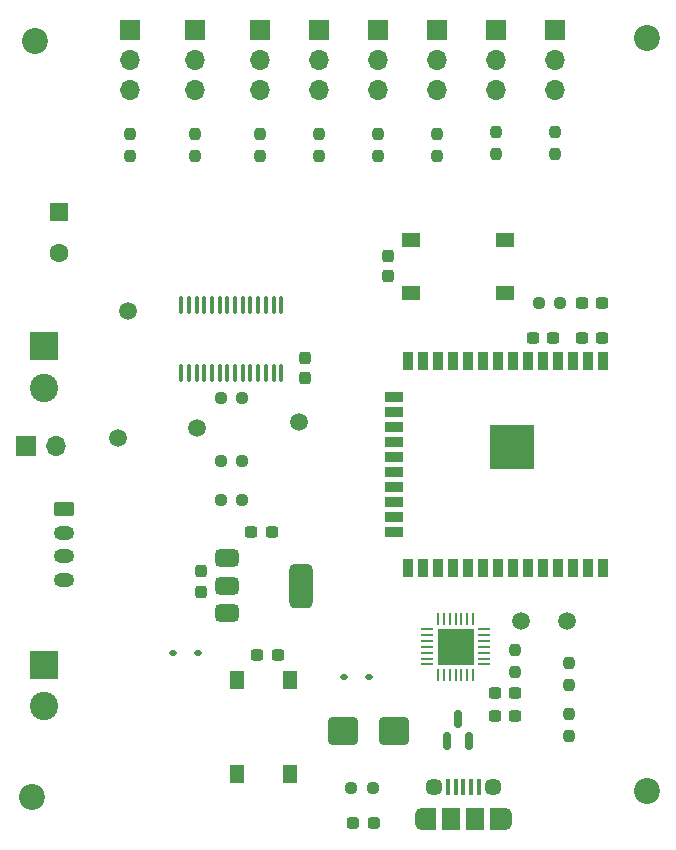
<source format=gbr>
%TF.GenerationSoftware,KiCad,Pcbnew,8.0.4*%
%TF.CreationDate,2024-07-27T14:27:44+01:00*%
%TF.ProjectId,ESP-SPIDER,4553502d-5350-4494-9445-522e6b696361,rev?*%
%TF.SameCoordinates,Original*%
%TF.FileFunction,Soldermask,Top*%
%TF.FilePolarity,Negative*%
%FSLAX46Y46*%
G04 Gerber Fmt 4.6, Leading zero omitted, Abs format (unit mm)*
G04 Created by KiCad (PCBNEW 8.0.4) date 2024-07-27 14:27:44*
%MOMM*%
%LPD*%
G01*
G04 APERTURE LIST*
G04 Aperture macros list*
%AMRoundRect*
0 Rectangle with rounded corners*
0 $1 Rounding radius*
0 $2 $3 $4 $5 $6 $7 $8 $9 X,Y pos of 4 corners*
0 Add a 4 corners polygon primitive as box body*
4,1,4,$2,$3,$4,$5,$6,$7,$8,$9,$2,$3,0*
0 Add four circle primitives for the rounded corners*
1,1,$1+$1,$2,$3*
1,1,$1+$1,$4,$5*
1,1,$1+$1,$6,$7*
1,1,$1+$1,$8,$9*
0 Add four rect primitives between the rounded corners*
20,1,$1+$1,$2,$3,$4,$5,0*
20,1,$1+$1,$4,$5,$6,$7,0*
20,1,$1+$1,$6,$7,$8,$9,0*
20,1,$1+$1,$8,$9,$2,$3,0*%
G04 Aperture macros list end*
%ADD10RoundRect,0.062500X0.062500X-0.412500X0.062500X0.412500X-0.062500X0.412500X-0.062500X-0.412500X0*%
%ADD11RoundRect,0.062500X0.412500X-0.062500X0.412500X0.062500X-0.412500X0.062500X-0.412500X-0.062500X0*%
%ADD12R,3.100000X3.100000*%
%ADD13R,1.700000X1.700000*%
%ADD14O,1.700000X1.700000*%
%ADD15RoundRect,0.250000X-1.000000X-0.900000X1.000000X-0.900000X1.000000X0.900000X-1.000000X0.900000X0*%
%ADD16RoundRect,0.112500X-0.187500X-0.112500X0.187500X-0.112500X0.187500X0.112500X-0.187500X0.112500X0*%
%ADD17RoundRect,0.150000X0.150000X-0.587500X0.150000X0.587500X-0.150000X0.587500X-0.150000X-0.587500X0*%
%ADD18C,2.200000*%
%ADD19R,0.900000X1.500000*%
%ADD20R,1.500000X0.900000*%
%ADD21C,0.600000*%
%ADD22R,3.800000X3.800000*%
%ADD23RoundRect,0.237500X0.300000X0.237500X-0.300000X0.237500X-0.300000X-0.237500X0.300000X-0.237500X0*%
%ADD24RoundRect,0.237500X-0.237500X0.250000X-0.237500X-0.250000X0.237500X-0.250000X0.237500X0.250000X0*%
%ADD25C,1.500000*%
%ADD26RoundRect,0.237500X0.237500X-0.250000X0.237500X0.250000X-0.237500X0.250000X-0.237500X-0.250000X0*%
%ADD27RoundRect,0.100000X-0.100000X0.637500X-0.100000X-0.637500X0.100000X-0.637500X0.100000X0.637500X0*%
%ADD28RoundRect,0.237500X-0.250000X-0.237500X0.250000X-0.237500X0.250000X0.237500X-0.250000X0.237500X0*%
%ADD29R,2.400000X2.400000*%
%ADD30C,2.400000*%
%ADD31RoundRect,0.237500X-0.300000X-0.237500X0.300000X-0.237500X0.300000X0.237500X-0.300000X0.237500X0*%
%ADD32R,1.600000X1.600000*%
%ADD33C,1.600000*%
%ADD34RoundRect,0.237500X0.250000X0.237500X-0.250000X0.237500X-0.250000X-0.237500X0.250000X-0.237500X0*%
%ADD35R,1.300000X1.550000*%
%ADD36RoundRect,0.237500X-0.237500X0.300000X-0.237500X-0.300000X0.237500X-0.300000X0.237500X0.300000X0*%
%ADD37RoundRect,0.250000X-0.625000X0.350000X-0.625000X-0.350000X0.625000X-0.350000X0.625000X0.350000X0*%
%ADD38O,1.750000X1.200000*%
%ADD39RoundRect,0.237500X0.237500X-0.300000X0.237500X0.300000X-0.237500X0.300000X-0.237500X-0.300000X0*%
%ADD40RoundRect,0.375000X-0.625000X-0.375000X0.625000X-0.375000X0.625000X0.375000X-0.625000X0.375000X0*%
%ADD41RoundRect,0.500000X-0.500000X-1.400000X0.500000X-1.400000X0.500000X1.400000X-0.500000X1.400000X0*%
%ADD42R,0.400000X1.350000*%
%ADD43O,1.200000X1.900000*%
%ADD44R,1.200000X1.900000*%
%ADD45C,1.450000*%
%ADD46R,1.500000X1.900000*%
%ADD47RoundRect,0.237500X-0.287500X-0.237500X0.287500X-0.237500X0.287500X0.237500X-0.287500X0.237500X0*%
%ADD48R,1.550000X1.300000*%
G04 APERTURE END LIST*
D10*
%TO.C,U2*%
X159564000Y-119411000D03*
X160064000Y-119411000D03*
X160564000Y-119411000D03*
X161064000Y-119411000D03*
X161564000Y-119411000D03*
X162064000Y-119411000D03*
X162564000Y-119411000D03*
D11*
X163439000Y-118536000D03*
X163439000Y-118036000D03*
X163439000Y-117536000D03*
X163439000Y-117036000D03*
X163439000Y-116536000D03*
X163439000Y-116036000D03*
X163439000Y-115536000D03*
D10*
X162564000Y-114661000D03*
X162064000Y-114661000D03*
X161564000Y-114661000D03*
X161064000Y-114661000D03*
X160564000Y-114661000D03*
X160064000Y-114661000D03*
X159564000Y-114661000D03*
D11*
X158689000Y-115536000D03*
X158689000Y-116036000D03*
X158689000Y-116536000D03*
X158689000Y-117036000D03*
X158689000Y-117536000D03*
X158689000Y-118036000D03*
X158689000Y-118536000D03*
D12*
X161064000Y-117036000D03*
%TD*%
D13*
%TO.C,J13*%
X124709000Y-100008000D03*
D14*
X127249000Y-100008000D03*
%TD*%
D15*
%TO.C,D3*%
X151520000Y-124138000D03*
X155820000Y-124138000D03*
%TD*%
D16*
%TO.C,D5*%
X151604000Y-119566000D03*
X153704000Y-119566000D03*
%TD*%
D17*
%TO.C,D4*%
X161290000Y-123122000D03*
X162240000Y-124997000D03*
X160340000Y-124997000D03*
%TD*%
D16*
%TO.C,D1*%
X137126000Y-117534000D03*
X139226000Y-117534000D03*
%TD*%
D18*
%TO.C,H4*%
X125222000Y-129794000D03*
%TD*%
%TO.C,H3*%
X177292000Y-129286000D03*
%TD*%
%TO.C,H2*%
X177292000Y-65532000D03*
%TD*%
%TO.C,H1*%
X125476000Y-65786000D03*
%TD*%
D19*
%TO.C,U1*%
X173584000Y-92863000D03*
X172314000Y-92863000D03*
X171044000Y-92863000D03*
X169774000Y-92863000D03*
X168504000Y-92863000D03*
X167234000Y-92863000D03*
X165964000Y-92863000D03*
X164694000Y-92863000D03*
X163424000Y-92863000D03*
X162154000Y-92863000D03*
X160884000Y-92863000D03*
X159614000Y-92863000D03*
X158344000Y-92863000D03*
X157074000Y-92863000D03*
D20*
X155824000Y-95903000D03*
X155824000Y-97173000D03*
X155824000Y-98443000D03*
X155824000Y-99713000D03*
X155824000Y-100983000D03*
X155824000Y-102253000D03*
X155824000Y-103523000D03*
X155824000Y-104793000D03*
X155824000Y-106063000D03*
X155824000Y-107333000D03*
D19*
X157074000Y-110363000D03*
X158344000Y-110363000D03*
X159614000Y-110363000D03*
X160884000Y-110363000D03*
X162154000Y-110363000D03*
X163424000Y-110363000D03*
X164694000Y-110363000D03*
X165964000Y-110363000D03*
X167234000Y-110363000D03*
X168504000Y-110363000D03*
X169774000Y-110363000D03*
X171044000Y-110363000D03*
X172314000Y-110363000D03*
X173584000Y-110363000D03*
D21*
X166564000Y-98713000D03*
X165164000Y-98713000D03*
X167264000Y-99413000D03*
X165864000Y-99413000D03*
X164464000Y-99413000D03*
X166564000Y-100088000D03*
X165164000Y-100088000D03*
D22*
X165864000Y-100113000D03*
D21*
X167264000Y-100813000D03*
X165864000Y-100813000D03*
X164464000Y-100813000D03*
X166564000Y-101513000D03*
X165164000Y-101513000D03*
%TD*%
D23*
%TO.C,C3*%
X169348500Y-90911000D03*
X167623500Y-90911000D03*
%TD*%
D24*
%TO.C,R2*%
X170692000Y-122764500D03*
X170692000Y-124589500D03*
%TD*%
D25*
%TO.C,TP7*%
X147832000Y-98023000D03*
%TD*%
D13*
%TO.C,J9*%
X149504000Y-64838000D03*
D14*
X149504000Y-67378000D03*
X149504000Y-69918000D03*
%TD*%
D13*
%TO.C,J4*%
X133504000Y-64863000D03*
D14*
X133504000Y-67403000D03*
X133504000Y-69943000D03*
%TD*%
D13*
%TO.C,J3*%
X139004000Y-64838000D03*
D14*
X139004000Y-67378000D03*
X139004000Y-69918000D03*
%TD*%
D13*
%TO.C,J5*%
X169504000Y-64813000D03*
D14*
X169504000Y-67353000D03*
X169504000Y-69893000D03*
%TD*%
D26*
%TO.C,R11*%
X139004000Y-75483000D03*
X139004000Y-73658000D03*
%TD*%
D27*
%TO.C,U5*%
X146304000Y-88138000D03*
X145654000Y-88138000D03*
X145004000Y-88138000D03*
X144354000Y-88138000D03*
X143704000Y-88138000D03*
X143054000Y-88138000D03*
X142404000Y-88138000D03*
X141754000Y-88138000D03*
X141104000Y-88138000D03*
X140454000Y-88138000D03*
X139804000Y-88138000D03*
X139154000Y-88138000D03*
X138504000Y-88138000D03*
X137854000Y-88138000D03*
X137854000Y-93863000D03*
X138504000Y-93863000D03*
X139154000Y-93863000D03*
X139804000Y-93863000D03*
X140454000Y-93863000D03*
X141104000Y-93863000D03*
X141754000Y-93863000D03*
X142404000Y-93863000D03*
X143054000Y-93863000D03*
X143704000Y-93863000D03*
X144354000Y-93863000D03*
X145004000Y-93863000D03*
X145654000Y-93863000D03*
X146304000Y-93863000D03*
%TD*%
D25*
%TO.C,TXD1*%
X166624000Y-114863000D03*
%TD*%
D23*
%TO.C,C6*%
X145504000Y-107363000D03*
X143779000Y-107363000D03*
%TD*%
D26*
%TO.C,R16*%
X154504000Y-75483000D03*
X154504000Y-73658000D03*
%TD*%
D28*
%TO.C,R7*%
X152249500Y-128964000D03*
X154074500Y-128964000D03*
%TD*%
D29*
%TO.C,J10*%
X126204000Y-91613000D03*
D30*
X126204000Y-95113000D03*
%TD*%
D13*
%TO.C,J8*%
X154504000Y-64838000D03*
D14*
X154504000Y-67378000D03*
X154504000Y-69918000D03*
%TD*%
D31*
%TO.C,C2*%
X171761000Y-87911000D03*
X173486000Y-87911000D03*
%TD*%
D29*
%TO.C,J11*%
X126204000Y-118550000D03*
D30*
X126204000Y-122050000D03*
%TD*%
D32*
%TO.C,C11*%
X127504000Y-80210349D03*
D33*
X127504000Y-83710349D03*
%TD*%
D13*
%TO.C,J2*%
X144504000Y-64853000D03*
D14*
X144504000Y-67393000D03*
X144504000Y-69933000D03*
%TD*%
D34*
%TO.C,R1*%
X169948500Y-87911000D03*
X168123500Y-87911000D03*
%TD*%
D35*
%TO.C,SW2*%
X142530000Y-127838000D03*
X142530000Y-119888000D03*
X147030000Y-127838000D03*
X147030000Y-119888000D03*
%TD*%
D25*
%TO.C,RXD1*%
X170504000Y-114863000D03*
%TD*%
D26*
%TO.C,R15*%
X159504000Y-75483000D03*
X159504000Y-73658000D03*
%TD*%
%TO.C,R14*%
X164504000Y-75308000D03*
X164504000Y-73483000D03*
%TD*%
D25*
%TO.C,TP6*%
X139196000Y-98531000D03*
%TD*%
D36*
%TO.C,C8*%
X155363000Y-83952500D03*
X155363000Y-85677500D03*
%TD*%
D26*
%TO.C,R10*%
X144504000Y-75483000D03*
X144504000Y-73658000D03*
%TD*%
%TO.C,R12*%
X133504000Y-75483000D03*
X133504000Y-73658000D03*
%TD*%
D37*
%TO.C,J12*%
X127954000Y-105390000D03*
D38*
X127954000Y-107390000D03*
X127954000Y-109390000D03*
X127954000Y-111390000D03*
%TD*%
D28*
%TO.C,R5*%
X141181000Y-104627000D03*
X143006000Y-104627000D03*
%TD*%
D26*
%TO.C,R9*%
X149504000Y-75483000D03*
X149504000Y-73658000D03*
%TD*%
D28*
%TO.C,R17*%
X141181000Y-101325000D03*
X143006000Y-101325000D03*
%TD*%
D39*
%TO.C,C7*%
X139504000Y-112363000D03*
X139504000Y-110638000D03*
%TD*%
D26*
%TO.C,R13*%
X169504000Y-75308000D03*
X169504000Y-73483000D03*
%TD*%
D31*
%TO.C,C5*%
X164391000Y-120936000D03*
X166116000Y-120936000D03*
%TD*%
D25*
%TO.C,+5V1*%
X132504000Y-99363000D03*
%TD*%
D40*
%TO.C,U4*%
X141704000Y-109563000D03*
X141704000Y-111863000D03*
D41*
X148004000Y-111863000D03*
D40*
X141704000Y-114163000D03*
%TD*%
D31*
%TO.C,C1*%
X171761000Y-90911000D03*
X173486000Y-90911000D03*
%TD*%
D13*
%TO.C,J7*%
X159504000Y-64853000D03*
D14*
X159504000Y-67393000D03*
X159504000Y-69933000D03*
%TD*%
D25*
%TO.C,GND1*%
X133354000Y-88625000D03*
%TD*%
D26*
%TO.C,R4*%
X166117000Y-119155000D03*
X166117000Y-117330000D03*
%TD*%
D42*
%TO.C,J1*%
X160415000Y-128884000D03*
X161065000Y-128884000D03*
X161715000Y-128884000D03*
X162365000Y-128884000D03*
X163015000Y-128884000D03*
D43*
X158215000Y-131584000D03*
D44*
X158815000Y-131584000D03*
D45*
X159215000Y-128884000D03*
D46*
X160715000Y-131584000D03*
X162715000Y-131584000D03*
D45*
X164215000Y-128884000D03*
D44*
X164615000Y-131584000D03*
D43*
X165215000Y-131584000D03*
%TD*%
D47*
%TO.C,D2*%
X152412000Y-131964000D03*
X154162000Y-131964000D03*
%TD*%
D39*
%TO.C,C10*%
X148340000Y-94313500D03*
X148340000Y-92588500D03*
%TD*%
D48*
%TO.C,SW1*%
X165269000Y-87101000D03*
X157319000Y-87101000D03*
X165269000Y-82601000D03*
X157319000Y-82601000D03*
%TD*%
D34*
%TO.C,R8*%
X142991500Y-96000500D03*
X141166500Y-96000500D03*
%TD*%
D31*
%TO.C,C4*%
X164391000Y-122936000D03*
X166116000Y-122936000D03*
%TD*%
D13*
%TO.C,J6*%
X164504000Y-64853000D03*
D14*
X164504000Y-67393000D03*
X164504000Y-69933000D03*
%TD*%
D26*
%TO.C,R3*%
X170692000Y-120264500D03*
X170692000Y-118439500D03*
%TD*%
D23*
%TO.C,C9*%
X146004000Y-117773000D03*
X144279000Y-117773000D03*
%TD*%
M02*

</source>
